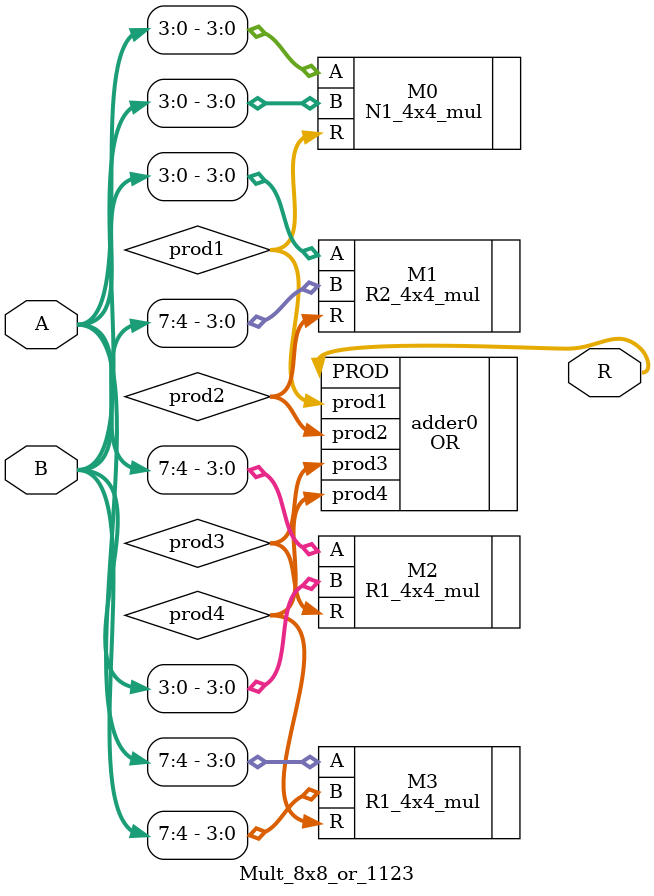
<source format=v>
module Mult_8x8_or_1123(
input [7:0] A,
input [7:0] B,
output [15:0]R
);
wire [7:0]prod1;
wire [7:0]prod2;
wire [7:0]prod3;
wire [7:0]prod4;

N1_4x4_mul M0(.A(A[3:0]),.B(B[3:0]),.R(prod1));
R2_4x4_mul M1(.A(A[3:0]),.B(B[7:4]),.R(prod2));
R1_4x4_mul M2(.A(A[7:4]),.B(B[3:0]),.R(prod3));
R1_4x4_mul M3(.A(A[7:4]),.B(B[7:4]),.R(prod4));
OR adder0(.prod1(prod1),.prod2(prod2),.prod3(prod3),.prod4(prod4),.PROD(R));
endmodule

</source>
